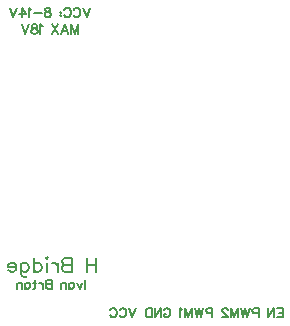
<source format=gbo>
G04 ---------------------------- Layer name :BOTTOM SILK LAYER*
G04 EasyEDA v5.6.10, Sun, 08 Jul 2018 18:09:17 GMT*
G04 afe9f61c7a5b4e3abdc74997a70e8aea*
G04 Gerber Generator version 0.2*
G04 Scale: 100 percent, Rotated: No, Reflected: No *
G04 Dimensions in inches *
G04 leading zeros omitted , absolute positions ,2 integer and 4 decimal *
%FSLAX24Y24*%
%MOIN*%
G90*
G70D02*

%ADD29C,0.008000*%
%ADD32C,0.006000*%

%LPD*%
G54D32*
G01X9604Y1650D02*
G01X9604Y1344D01*
G01X9604Y1650D02*
G01X9415Y1650D01*
G01X9604Y1504D02*
G01X9487Y1504D01*
G01X9604Y1344D02*
G01X9415Y1344D01*
G01X9319Y1650D02*
G01X9319Y1344D01*
G01X9319Y1650D02*
G01X9115Y1344D01*
G01X9115Y1650D02*
G01X9115Y1344D01*
G01X8795Y1650D02*
G01X8795Y1344D01*
G01X8795Y1650D02*
G01X8664Y1650D01*
G01X8620Y1635D01*
G01X8606Y1620D01*
G01X8591Y1591D01*
G01X8591Y1548D01*
G01X8606Y1519D01*
G01X8620Y1504D01*
G01X8664Y1490D01*
G01X8795Y1490D01*
G01X8495Y1650D02*
G01X8423Y1344D01*
G01X8350Y1650D02*
G01X8423Y1344D01*
G01X8350Y1650D02*
G01X8277Y1344D01*
G01X8204Y1650D02*
G01X8277Y1344D01*
G01X8108Y1650D02*
G01X8108Y1344D01*
G01X8108Y1650D02*
G01X7992Y1344D01*
G01X7876Y1650D02*
G01X7992Y1344D01*
G01X7876Y1650D02*
G01X7876Y1344D01*
G01X7765Y1577D02*
G01X7765Y1591D01*
G01X7751Y1620D01*
G01X7736Y1635D01*
G01X7707Y1650D01*
G01X7649Y1650D01*
G01X7620Y1635D01*
G01X7605Y1620D01*
G01X7591Y1591D01*
G01X7591Y1562D01*
G01X7605Y1533D01*
G01X7634Y1490D01*
G01X7780Y1344D01*
G01X7576Y1344D01*
G01X7256Y1650D02*
G01X7256Y1344D01*
G01X7256Y1650D02*
G01X7125Y1650D01*
G01X7081Y1635D01*
G01X7067Y1620D01*
G01X7052Y1591D01*
G01X7052Y1548D01*
G01X7067Y1519D01*
G01X7081Y1504D01*
G01X7125Y1490D01*
G01X7256Y1490D01*
G01X6956Y1650D02*
G01X6884Y1344D01*
G01X6811Y1650D02*
G01X6884Y1344D01*
G01X6811Y1650D02*
G01X6738Y1344D01*
G01X6665Y1650D02*
G01X6738Y1344D01*
G01X6569Y1650D02*
G01X6569Y1344D01*
G01X6569Y1650D02*
G01X6453Y1344D01*
G01X6337Y1650D02*
G01X6453Y1344D01*
G01X6337Y1650D02*
G01X6337Y1344D01*
G01X6241Y1591D02*
G01X6212Y1606D01*
G01X6168Y1650D01*
G01X6168Y1344D01*
G01X5630Y1577D02*
G01X5644Y1606D01*
G01X5673Y1635D01*
G01X5703Y1650D01*
G01X5761Y1650D01*
G01X5790Y1635D01*
G01X5819Y1606D01*
G01X5833Y1577D01*
G01X5848Y1533D01*
G01X5848Y1460D01*
G01X5833Y1417D01*
G01X5819Y1388D01*
G01X5790Y1359D01*
G01X5761Y1344D01*
G01X5703Y1344D01*
G01X5673Y1359D01*
G01X5644Y1388D01*
G01X5630Y1417D01*
G01X5630Y1460D01*
G01X5703Y1460D02*
G01X5630Y1460D01*
G01X5534Y1650D02*
G01X5534Y1344D01*
G01X5534Y1650D02*
G01X5330Y1344D01*
G01X5330Y1650D02*
G01X5330Y1344D01*
G01X5234Y1650D02*
G01X5234Y1344D01*
G01X5234Y1650D02*
G01X5132Y1650D01*
G01X5089Y1635D01*
G01X5060Y1606D01*
G01X5045Y1577D01*
G01X5031Y1533D01*
G01X5031Y1460D01*
G01X5045Y1417D01*
G01X5060Y1388D01*
G01X5089Y1359D01*
G01X5132Y1344D01*
G01X5234Y1344D01*
G01X4711Y1650D02*
G01X4594Y1344D01*
G01X4478Y1650D02*
G01X4594Y1344D01*
G01X4164Y1577D02*
G01X4178Y1606D01*
G01X4207Y1635D01*
G01X4236Y1650D01*
G01X4295Y1650D01*
G01X4324Y1635D01*
G01X4353Y1606D01*
G01X4367Y1577D01*
G01X4382Y1533D01*
G01X4382Y1460D01*
G01X4367Y1417D01*
G01X4353Y1388D01*
G01X4324Y1359D01*
G01X4295Y1344D01*
G01X4236Y1344D01*
G01X4207Y1359D01*
G01X4178Y1388D01*
G01X4164Y1417D01*
G01X3849Y1577D02*
G01X3864Y1606D01*
G01X3893Y1635D01*
G01X3922Y1650D01*
G01X3980Y1650D01*
G01X4009Y1635D01*
G01X4039Y1606D01*
G01X4053Y1577D01*
G01X4068Y1533D01*
G01X4068Y1460D01*
G01X4053Y1417D01*
G01X4039Y1388D01*
G01X4009Y1359D01*
G01X3980Y1344D01*
G01X3922Y1344D01*
G01X3893Y1359D01*
G01X3864Y1388D01*
G01X3849Y1417D01*
G54D29*
G01X3381Y3327D02*
G01X3381Y2849D01*
G01X3063Y3327D02*
G01X3063Y2849D01*
G01X3381Y3099D02*
G01X3063Y3099D01*
G01X2563Y3327D02*
G01X2563Y2849D01*
G01X2563Y3327D02*
G01X2358Y3327D01*
G01X2290Y3304D01*
G01X2267Y3281D01*
G01X2245Y3236D01*
G01X2245Y3190D01*
G01X2267Y3145D01*
G01X2290Y3122D01*
G01X2358Y3099D01*
G01X2563Y3099D02*
G01X2358Y3099D01*
G01X2290Y3077D01*
G01X2267Y3054D01*
G01X2245Y3009D01*
G01X2245Y2940D01*
G01X2267Y2895D01*
G01X2290Y2872D01*
G01X2358Y2849D01*
G01X2563Y2849D01*
G01X2095Y3168D02*
G01X2095Y2849D01*
G01X2095Y3031D02*
G01X2072Y3099D01*
G01X2026Y3145D01*
G01X1981Y3168D01*
G01X1913Y3168D01*
G01X1763Y3327D02*
G01X1740Y3304D01*
G01X1717Y3327D01*
G01X1740Y3349D01*
G01X1763Y3327D01*
G01X1740Y3168D02*
G01X1740Y2849D01*
G01X1295Y3327D02*
G01X1295Y2849D01*
G01X1295Y3099D02*
G01X1340Y3145D01*
G01X1386Y3168D01*
G01X1454Y3168D01*
G01X1499Y3145D01*
G01X1545Y3099D01*
G01X1567Y3031D01*
G01X1567Y2986D01*
G01X1545Y2918D01*
G01X1499Y2872D01*
G01X1454Y2849D01*
G01X1386Y2849D01*
G01X1340Y2872D01*
G01X1295Y2918D01*
G01X872Y3168D02*
G01X872Y2804D01*
G01X895Y2736D01*
G01X917Y2713D01*
G01X963Y2690D01*
G01X1031Y2690D01*
G01X1076Y2713D01*
G01X872Y3099D02*
G01X917Y3145D01*
G01X963Y3168D01*
G01X1031Y3168D01*
G01X1076Y3145D01*
G01X1122Y3099D01*
G01X1145Y3031D01*
G01X1145Y2986D01*
G01X1122Y2918D01*
G01X1076Y2872D01*
G01X1031Y2849D01*
G01X963Y2849D01*
G01X917Y2872D01*
G01X872Y2918D01*
G01X722Y3031D02*
G01X449Y3031D01*
G01X449Y3077D01*
G01X472Y3122D01*
G01X495Y3145D01*
G01X540Y3168D01*
G01X608Y3168D01*
G01X654Y3145D01*
G01X699Y3099D01*
G01X722Y3031D01*
G01X722Y2986D01*
G01X699Y2918D01*
G01X654Y2872D01*
G01X608Y2849D01*
G01X540Y2849D01*
G01X495Y2872D01*
G01X449Y2918D01*
G54D32*
G01X3021Y2599D02*
G01X3021Y2294D01*
G01X2925Y2498D02*
G01X2838Y2294D01*
G01X2751Y2498D02*
G01X2838Y2294D01*
G01X2480Y2498D02*
G01X2480Y2294D01*
G01X2480Y2454D02*
G01X2509Y2483D01*
G01X2539Y2498D01*
G01X2582Y2498D01*
G01X2611Y2483D01*
G01X2640Y2454D01*
G01X2655Y2410D01*
G01X2655Y2381D01*
G01X2640Y2338D01*
G01X2611Y2309D01*
G01X2582Y2294D01*
G01X2539Y2294D01*
G01X2509Y2309D01*
G01X2480Y2338D01*
G01X2384Y2498D02*
G01X2384Y2294D01*
G01X2384Y2439D02*
G01X2341Y2483D01*
G01X2312Y2498D01*
G01X2268Y2498D01*
G01X2239Y2483D01*
G01X2224Y2439D01*
G01X2224Y2294D01*
G01X1904Y2599D02*
G01X1904Y2294D01*
G01X1904Y2599D02*
G01X1773Y2599D01*
G01X1730Y2585D01*
G01X1715Y2570D01*
G01X1701Y2541D01*
G01X1701Y2512D01*
G01X1715Y2483D01*
G01X1730Y2469D01*
G01X1773Y2454D01*
G01X1904Y2454D02*
G01X1773Y2454D01*
G01X1730Y2439D01*
G01X1715Y2425D01*
G01X1701Y2396D01*
G01X1701Y2352D01*
G01X1715Y2323D01*
G01X1730Y2309D01*
G01X1773Y2294D01*
G01X1904Y2294D01*
G01X1605Y2498D02*
G01X1605Y2294D01*
G01X1605Y2410D02*
G01X1590Y2454D01*
G01X1561Y2483D01*
G01X1532Y2498D01*
G01X1488Y2498D01*
G01X1349Y2599D02*
G01X1349Y2352D01*
G01X1334Y2309D01*
G01X1305Y2294D01*
G01X1276Y2294D01*
G01X1392Y2498D02*
G01X1291Y2498D01*
G01X1005Y2498D02*
G01X1005Y2294D01*
G01X1005Y2454D02*
G01X1035Y2483D01*
G01X1064Y2498D01*
G01X1107Y2498D01*
G01X1136Y2483D01*
G01X1165Y2454D01*
G01X1180Y2410D01*
G01X1180Y2381D01*
G01X1165Y2338D01*
G01X1136Y2309D01*
G01X1107Y2294D01*
G01X1064Y2294D01*
G01X1035Y2309D01*
G01X1005Y2338D01*
G01X909Y2498D02*
G01X909Y2294D01*
G01X909Y2439D02*
G01X866Y2483D01*
G01X837Y2498D01*
G01X793Y2498D01*
G01X764Y2483D01*
G01X749Y2439D01*
G01X749Y2294D01*
G01X3179Y11654D02*
G01X3062Y11349D01*
G01X2946Y11654D02*
G01X3062Y11349D01*
G01X2632Y11582D02*
G01X2646Y11611D01*
G01X2675Y11640D01*
G01X2705Y11654D01*
G01X2763Y11654D01*
G01X2792Y11640D01*
G01X2821Y11611D01*
G01X2835Y11582D01*
G01X2850Y11538D01*
G01X2850Y11465D01*
G01X2835Y11422D01*
G01X2821Y11393D01*
G01X2792Y11364D01*
G01X2763Y11349D01*
G01X2705Y11349D01*
G01X2675Y11364D01*
G01X2646Y11393D01*
G01X2632Y11422D01*
G01X2318Y11582D02*
G01X2332Y11611D01*
G01X2361Y11640D01*
G01X2390Y11654D01*
G01X2449Y11654D01*
G01X2478Y11640D01*
G01X2507Y11611D01*
G01X2521Y11582D01*
G01X2536Y11538D01*
G01X2536Y11465D01*
G01X2521Y11422D01*
G01X2507Y11393D01*
G01X2478Y11364D01*
G01X2449Y11349D01*
G01X2390Y11349D01*
G01X2361Y11364D01*
G01X2332Y11393D01*
G01X2318Y11422D01*
G01X2207Y11524D02*
G01X2222Y11509D01*
G01X2207Y11494D01*
G01X2193Y11509D01*
G01X2207Y11524D01*
G01X2207Y11422D02*
G01X2222Y11407D01*
G01X2207Y11393D01*
G01X2193Y11407D01*
G01X2207Y11422D01*
G01X1800Y11654D02*
G01X1843Y11640D01*
G01X1858Y11611D01*
G01X1858Y11582D01*
G01X1843Y11553D01*
G01X1814Y11538D01*
G01X1756Y11524D01*
G01X1713Y11509D01*
G01X1683Y11480D01*
G01X1669Y11451D01*
G01X1669Y11407D01*
G01X1683Y11378D01*
G01X1698Y11364D01*
G01X1742Y11349D01*
G01X1800Y11349D01*
G01X1843Y11364D01*
G01X1858Y11378D01*
G01X1873Y11407D01*
G01X1873Y11451D01*
G01X1858Y11480D01*
G01X1829Y11509D01*
G01X1785Y11524D01*
G01X1727Y11538D01*
G01X1698Y11553D01*
G01X1683Y11582D01*
G01X1683Y11611D01*
G01X1698Y11640D01*
G01X1742Y11654D01*
G01X1800Y11654D01*
G01X1573Y11480D02*
G01X1311Y11480D01*
G01X1215Y11596D02*
G01X1186Y11611D01*
G01X1142Y11654D01*
G01X1142Y11349D01*
G01X901Y11654D02*
G01X1046Y11451D01*
G01X828Y11451D01*
G01X901Y11654D02*
G01X901Y11349D01*
G01X732Y11654D02*
G01X616Y11349D01*
G01X499Y11654D02*
G01X616Y11349D01*
G01X2782Y11105D02*
G01X2782Y10799D01*
G01X2782Y11105D02*
G01X2665Y10799D01*
G01X2549Y11105D02*
G01X2665Y10799D01*
G01X2549Y11105D02*
G01X2549Y10799D01*
G01X2337Y11105D02*
G01X2453Y10799D01*
G01X2337Y11105D02*
G01X2220Y10799D01*
G01X2409Y10901D02*
G01X2264Y10901D01*
G01X2124Y11105D02*
G01X1921Y10799D01*
G01X1921Y11105D02*
G01X2124Y10799D01*
G01X1601Y11046D02*
G01X1572Y11061D01*
G01X1528Y11105D01*
G01X1528Y10799D01*
G01X1359Y11105D02*
G01X1403Y11090D01*
G01X1417Y11061D01*
G01X1417Y11032D01*
G01X1403Y11003D01*
G01X1374Y10988D01*
G01X1316Y10974D01*
G01X1272Y10959D01*
G01X1243Y10930D01*
G01X1228Y10901D01*
G01X1228Y10857D01*
G01X1243Y10828D01*
G01X1257Y10814D01*
G01X1301Y10799D01*
G01X1359Y10799D01*
G01X1403Y10814D01*
G01X1417Y10828D01*
G01X1432Y10857D01*
G01X1432Y10901D01*
G01X1417Y10930D01*
G01X1388Y10959D01*
G01X1345Y10974D01*
G01X1286Y10988D01*
G01X1257Y11003D01*
G01X1243Y11032D01*
G01X1243Y11061D01*
G01X1257Y11090D01*
G01X1301Y11105D01*
G01X1359Y11105D01*
G01X1132Y11105D02*
G01X1016Y10799D01*
G01X900Y11105D02*
G01X1016Y10799D01*
M00*
M02*

</source>
